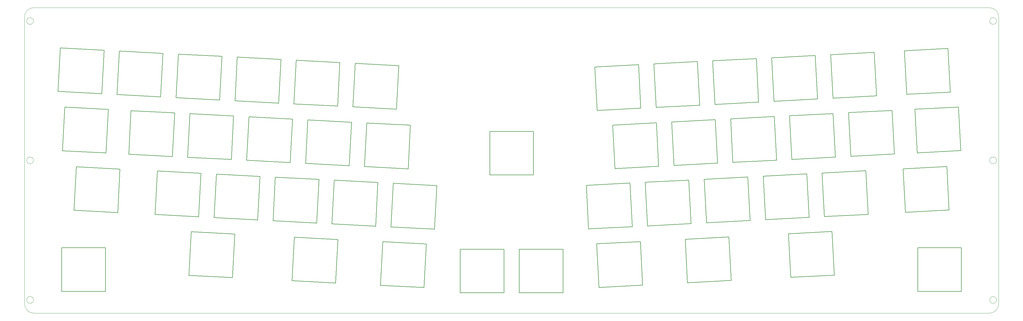
<source format=gbr>
G04 #@! TF.GenerationSoftware,KiCad,Pcbnew,(6.0.10)*
G04 #@! TF.CreationDate,2023-01-30T20:25:39+09:00*
G04 #@! TF.ProjectId,GT40,47543430-2e6b-4696-9361-645f70636258,rev?*
G04 #@! TF.SameCoordinates,Original*
G04 #@! TF.FileFunction,Profile,NP*
%FSLAX46Y46*%
G04 Gerber Fmt 4.6, Leading zero omitted, Abs format (unit mm)*
G04 Created by KiCad (PCBNEW (6.0.10)) date 2023-01-30 20:25:39*
%MOMM*%
%LPD*%
G01*
G04 APERTURE LIST*
G04 #@! TA.AperFunction,Profile*
%ADD10C,0.100000*%
G04 #@! TD*
G04 #@! TA.AperFunction,Profile*
%ADD11C,0.150000*%
G04 #@! TD*
G04 #@! TA.AperFunction,Profile*
%ADD12C,0.010000*%
G04 #@! TD*
G04 APERTURE END LIST*
D10*
X328625000Y-20250000D02*
G75*
G03*
X325625000Y-17250000I-3000000J0D01*
G01*
X17275000Y-17250000D02*
G75*
G03*
X14275000Y-20250000I0J-3000000D01*
G01*
X14275000Y-113050000D02*
G75*
G03*
X17275000Y-116050000I3000000J0D01*
G01*
X14275000Y-20250000D02*
X14275000Y-113050000D01*
X325625000Y-17250000D02*
X17275000Y-17250000D01*
X325625000Y-116050000D02*
G75*
G03*
X328625000Y-113050000I0J3000000D01*
G01*
X328625000Y-113050000D02*
X328625000Y-20250000D01*
X17275000Y-116050000D02*
X325625000Y-116050000D01*
D11*
X26287500Y-94875000D02*
X40387500Y-94875000D01*
X26287500Y-108975000D02*
X26287500Y-94875000D01*
X40387500Y-94875000D02*
X40387500Y-108975000D01*
X40387500Y-108975000D02*
X26287500Y-108975000D01*
X212998933Y-92891176D02*
X213736870Y-106971853D01*
X199656193Y-107709790D02*
X198918256Y-93629113D01*
X198918256Y-93629113D02*
X212998933Y-92891176D01*
X213736870Y-106971853D02*
X199656193Y-107709790D01*
X228647839Y-72994909D02*
X229385776Y-87075586D01*
X229385776Y-87075586D02*
X215305099Y-87813523D01*
X214567162Y-73732846D02*
X228647839Y-72994909D01*
X215305099Y-87813523D02*
X214567162Y-73732846D01*
X242299032Y-105474974D02*
X228218355Y-106212911D01*
X241561095Y-91394297D02*
X242299032Y-105474974D01*
X228218355Y-106212911D02*
X227480418Y-92132234D01*
X227480418Y-92132234D02*
X241561095Y-91394297D01*
X232174072Y-48777171D02*
X218093395Y-49515108D01*
X218093395Y-49515108D02*
X217355458Y-35434431D01*
X231436135Y-34696494D02*
X232174072Y-48777171D01*
X217355458Y-35434431D02*
X231436135Y-34696494D01*
X242870261Y-67292750D02*
X242132324Y-53212073D01*
X256950938Y-66554813D02*
X242870261Y-67292750D01*
X256213001Y-52474136D02*
X256950938Y-66554813D01*
X242132324Y-53212073D02*
X256213001Y-52474136D01*
X213150178Y-49774171D02*
X199069501Y-50512108D01*
X198331564Y-36431431D02*
X212412241Y-35693494D01*
X212412241Y-35693494D02*
X213150178Y-49774171D01*
X199069501Y-50512108D02*
X198331564Y-36431431D01*
X210388206Y-88071206D02*
X196307529Y-88809143D01*
X196307529Y-88809143D02*
X195569592Y-74728466D01*
X209650269Y-73990529D02*
X210388206Y-88071206D01*
X195569592Y-74728466D02*
X209650269Y-73990529D01*
X261510167Y-104468161D02*
X260772230Y-90387484D01*
X260772230Y-90387484D02*
X274852907Y-89649547D01*
X275590844Y-103730224D02*
X261510167Y-104468161D01*
X274852907Y-89649547D02*
X275590844Y-103730224D01*
X218165214Y-54468136D02*
X218903151Y-68548813D01*
X204822474Y-69286750D02*
X204084537Y-55206073D01*
X218903151Y-68548813D02*
X204822474Y-69286750D01*
X204084537Y-55206073D02*
X218165214Y-54468136D01*
X234355313Y-86815143D02*
X233617376Y-72734466D01*
X248435990Y-86077206D02*
X234355313Y-86815143D01*
X233617376Y-72734466D02*
X247698053Y-71996529D01*
X247698053Y-71996529D02*
X248435990Y-86077206D01*
X255376918Y-33441810D02*
X269457595Y-32703873D01*
X269457595Y-32703873D02*
X270195532Y-46784550D01*
X256114855Y-47522487D02*
X255376918Y-33441810D01*
X270195532Y-46784550D02*
X256114855Y-47522487D01*
X261129891Y-52216453D02*
X275210568Y-51478516D01*
X275948505Y-65559193D02*
X261867828Y-66297130D01*
X275210568Y-51478516D02*
X275948505Y-65559193D01*
X261867828Y-66297130D02*
X261129891Y-52216453D01*
X266721947Y-70999529D02*
X267459884Y-85080206D01*
X252641270Y-71737466D02*
X266721947Y-70999529D01*
X253379207Y-85818143D02*
X252641270Y-71737466D01*
X267459884Y-85080206D02*
X253379207Y-85818143D01*
X312641629Y-82712331D02*
X298560952Y-83450268D01*
X297823015Y-69369591D02*
X311903692Y-68631654D01*
X311903692Y-68631654D02*
X312641629Y-82712331D01*
X298560952Y-83450268D02*
X297823015Y-69369591D01*
X294260786Y-50480136D02*
X294998723Y-64560813D01*
X280918046Y-65298750D02*
X280180109Y-51218073D01*
X294998723Y-64560813D02*
X280918046Y-65298750D01*
X280180109Y-51218073D02*
X294260786Y-50480136D01*
X288481489Y-31706873D02*
X289219426Y-45787550D01*
X275138749Y-46525487D02*
X274400812Y-32444810D01*
X289219426Y-45787550D02*
X275138749Y-46525487D01*
X274400812Y-32444810D02*
X288481489Y-31706873D01*
X250433705Y-33700873D02*
X251171642Y-47781550D01*
X237090965Y-48519487D02*
X236353028Y-34438810D01*
X251171642Y-47781550D02*
X237090965Y-48519487D01*
X236353028Y-34438810D02*
X250433705Y-33700873D01*
X272403100Y-84821143D02*
X271665163Y-70740466D01*
X286483777Y-84083206D02*
X272403100Y-84821143D01*
X285745840Y-70002529D02*
X286483777Y-84083206D01*
X271665163Y-70740466D02*
X285745840Y-70002529D01*
X301581987Y-50096449D02*
X315662664Y-49358512D01*
X315662664Y-49358512D02*
X316400601Y-63439189D01*
X316400601Y-63439189D02*
X302319924Y-64177126D01*
X302319924Y-64177126D02*
X301581987Y-50096449D01*
D12*
X17175000Y-21550000D02*
G75*
G03*
X17175000Y-21550000I-1100000J0D01*
G01*
X17175000Y-66650000D02*
G75*
G03*
X17175000Y-66650000I-1100000J0D01*
G01*
X17175000Y-111750000D02*
G75*
G03*
X17175000Y-111750000I-1100000J0D01*
G01*
X327925000Y-21550000D02*
G75*
G03*
X327925000Y-21550000I-1100000J0D01*
G01*
X327925000Y-66650000D02*
G75*
G03*
X327925000Y-66650000I-1100000J0D01*
G01*
X327925000Y-111750000D02*
G75*
G03*
X327925000Y-111750000I-1100000J0D01*
G01*
D11*
X316612500Y-108975000D02*
X302512500Y-108975000D01*
X302512500Y-108975000D02*
X302512500Y-94875000D01*
X302512500Y-94875000D02*
X316612500Y-94875000D01*
X316612500Y-94875000D02*
X316612500Y-108975000D01*
X168975000Y-95343750D02*
X168975000Y-109443750D01*
X154875000Y-109443750D02*
X154875000Y-95343750D01*
X154875000Y-95343750D02*
X168975000Y-95343750D01*
X168975000Y-109443750D02*
X154875000Y-109443750D01*
X173925000Y-95343750D02*
X188025000Y-95343750D01*
X188025000Y-109443750D02*
X173925000Y-109443750D01*
X188025000Y-95343750D02*
X188025000Y-109443750D01*
X173925000Y-109443750D02*
X173925000Y-95343750D01*
X178500000Y-57243750D02*
X178500000Y-71343750D01*
X164400000Y-57243750D02*
X178500000Y-57243750D01*
X164400000Y-71343750D02*
X164400000Y-57243750D01*
X178500000Y-71343750D02*
X164400000Y-71343750D01*
X58959101Y-32014401D02*
X58221164Y-46095078D01*
X44140487Y-45357141D02*
X44878424Y-31276464D01*
X58221164Y-46095078D02*
X44140487Y-45357141D01*
X44878424Y-31276464D02*
X58959101Y-32014401D01*
X63164376Y-46354141D02*
X63902313Y-32273464D01*
X77245053Y-47092078D02*
X63164376Y-46354141D01*
X63902313Y-32273464D02*
X77982990Y-33011401D01*
X77982990Y-33011401D02*
X77245053Y-47092078D01*
X81741964Y-52284547D02*
X81004027Y-66365224D01*
X66923350Y-65627287D02*
X67661287Y-51546610D01*
X67661287Y-51546610D02*
X81741964Y-52284547D01*
X81004027Y-66365224D02*
X66923350Y-65627287D01*
X48637394Y-50549610D02*
X62718071Y-51287547D01*
X61980134Y-65368224D02*
X47899457Y-64630287D01*
X62718071Y-51287547D02*
X61980134Y-65368224D01*
X47899457Y-64630287D02*
X48637394Y-50549610D01*
X85947242Y-66624287D02*
X86685179Y-52543610D01*
X86685179Y-52543610D02*
X100765856Y-53281547D01*
X100027919Y-67362224D02*
X85947242Y-66624287D01*
X100765856Y-53281547D02*
X100027919Y-67362224D01*
X119789749Y-54278544D02*
X119051812Y-68359221D01*
X119051812Y-68359221D02*
X104971135Y-67621284D01*
X105709072Y-53540607D02*
X119789749Y-54278544D01*
X104971135Y-67621284D02*
X105709072Y-53540607D01*
X70495080Y-84890613D02*
X56414403Y-84152676D01*
X57152340Y-70071999D02*
X71233017Y-70809936D01*
X56414403Y-84152676D02*
X57152340Y-70071999D01*
X71233017Y-70809936D02*
X70495080Y-84890613D01*
X124732964Y-54537607D02*
X138813641Y-55275544D01*
X138813641Y-55275544D02*
X138075704Y-69356221D01*
X138075704Y-69356221D02*
X123995027Y-68618284D01*
X123995027Y-68618284D02*
X124732964Y-54537607D01*
X39935205Y-31017401D02*
X39197268Y-45098078D01*
X25116591Y-44360141D02*
X25854528Y-30279464D01*
X39197268Y-45098078D02*
X25116591Y-44360141D01*
X25854528Y-30279464D02*
X39935205Y-31017401D01*
X101950102Y-34267464D02*
X116030779Y-35005401D01*
X115292842Y-49086078D02*
X101212165Y-48348141D01*
X116030779Y-35005401D02*
X115292842Y-49086078D01*
X101212165Y-48348141D02*
X101950102Y-34267464D01*
X128304695Y-73800936D02*
X127566758Y-87881613D01*
X127566758Y-87881613D02*
X113486081Y-87143676D01*
X114224018Y-73062999D02*
X128304695Y-73800936D01*
X113486081Y-87143676D02*
X114224018Y-73062999D01*
X120977173Y-35264634D02*
X135057850Y-36002571D01*
X135057850Y-36002571D02*
X134319913Y-50083248D01*
X134319913Y-50083248D02*
X120239236Y-49345311D01*
X120239236Y-49345311D02*
X120977173Y-35264634D01*
X30256551Y-82781801D02*
X30994488Y-68701124D01*
X44337228Y-83519738D02*
X30256551Y-82781801D01*
X30994488Y-68701124D02*
X45075165Y-69439061D01*
X45075165Y-69439061D02*
X44337228Y-83519738D01*
X89518973Y-85887613D02*
X75438296Y-85149676D01*
X90256910Y-71806936D02*
X89518973Y-85887613D01*
X76176233Y-71068999D02*
X90256910Y-71806936D01*
X75438296Y-85149676D02*
X76176233Y-71068999D01*
X82926206Y-33270464D02*
X97006883Y-34008401D01*
X82188269Y-47351141D02*
X82926206Y-33270464D01*
X97006883Y-34008401D02*
X96268946Y-48089078D01*
X96268946Y-48089078D02*
X82188269Y-47351141D01*
X94462192Y-86146676D02*
X95200129Y-72065999D01*
X108542869Y-86884613D02*
X94462192Y-86146676D01*
X109280806Y-72803936D02*
X108542869Y-86884613D01*
X95200129Y-72065999D02*
X109280806Y-72803936D01*
X132509974Y-88140676D02*
X133247911Y-74059999D01*
X133247911Y-74059999D02*
X147328588Y-74797936D01*
X146590651Y-88878613D02*
X132509974Y-88140676D01*
X147328588Y-74797936D02*
X146590651Y-88878613D01*
X143215664Y-107777884D02*
X129134987Y-107039947D01*
X129134987Y-107039947D02*
X129872924Y-92959270D01*
X129872924Y-92959270D02*
X143953601Y-93697207D01*
X143953601Y-93697207D02*
X143215664Y-107777884D01*
X101337085Y-91463770D02*
X115417762Y-92201707D01*
X115417762Y-92201707D02*
X114679825Y-106282384D01*
X114679825Y-106282384D02*
X100599148Y-105544447D01*
X100599148Y-105544447D02*
X101337085Y-91463770D01*
X27235518Y-49427985D02*
X41316195Y-50165922D01*
X40578258Y-64246599D02*
X26497581Y-63508662D01*
X26497581Y-63508662D02*
X27235518Y-49427985D01*
X41316195Y-50165922D02*
X40578258Y-64246599D01*
X68045273Y-89719020D02*
X82125950Y-90456957D01*
X82125950Y-90456957D02*
X81388013Y-104537634D01*
X81388013Y-104537634D02*
X67307336Y-103799697D01*
X67307336Y-103799697D02*
X68045273Y-89719020D01*
X312287679Y-30459244D02*
X313025616Y-44539921D01*
X298944939Y-45277858D02*
X298207002Y-31197181D01*
X298207002Y-31197181D02*
X312287679Y-30459244D01*
X313025616Y-44539921D02*
X298944939Y-45277858D01*
X223846368Y-68289750D02*
X223108431Y-54209073D01*
X237927045Y-67551813D02*
X223846368Y-68289750D01*
X237189108Y-53471136D02*
X237927045Y-67551813D01*
X223108431Y-54209073D02*
X237189108Y-53471136D01*
M02*

</source>
